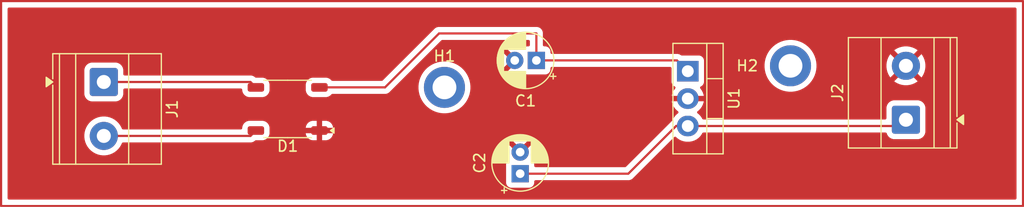
<source format=kicad_pcb>
(kicad_pcb (version 20241229) (generator "pcbnew") (generator_version "9.0")
  (layers (0 "F.Cu" signal) (2 "B.Cu" signal) (13 "F.Paste" user) (15 "B.Paste" user) (5 "F.SilkS" user "F.Silkscreen") (7 "B.SilkS" user "B.Silkscreen") (1 "F.Mask" user) (3 "B.Mask" user) (25 "Edge.Cuts" user))
  (net 0 "")
  (net 1 "Net-(J1-Pin_2)")
  (net 2 "VCC")
  (net 3 "Net-(J1-Pin_1)")
  (net 4 "GND")
  (net 5 "/5V")
  (footprint "MountingHole:MountingHole_2.2mm_M2_DIN965_Pad" (layer "F.Cu") (at 174 83.5)
    (property "Reference" "H2" (at -4 0 0) (layer "F.SilkS"))
    (property "Value" "MountingHole")
    (pad "1" thru_hole circle (at 0 0) (size 3.8 3.8) (drill 2.2) (layers "*.Cu" "*.Mask"))
  )
  (footprint "Capacitor_THT:CP_Radial_D5.0mm_P2.00mm" (layer "F.Cu") (at 150.5 83 180)
    (property "Reference" "C1" (at 1 -3.75 0) (layer "F.SilkS"))
    (property "Value" "Input_Capacitor")
    (fp_line (start 3.6 -0.283) (end 3.6 0.283) (stroke (width 0.12)) (layer "F.SilkS"))
    (fp_line (start 3.56 -0.517) (end 3.56 0.517) (stroke (width 0.12)) (layer "F.SilkS"))
    (fp_line (start 3.52 -0.677) (end 3.52 0.677) (stroke (width 0.12)) (layer "F.SilkS"))
    (fp_line (start 3.48 -0.805) (end 3.48 0.805) (stroke (width 0.12)) (layer "F.SilkS"))
    (fp_line (start 3.44 -0.914) (end 3.44 0.914) (stroke (width 0.12)) (layer "F.SilkS"))
    (fp_line (start 3.4 -1.011) (end 3.4 1.011) (stroke (width 0.12)) (layer "F.SilkS"))
    (fp_line (start 3.36 -1.098) (end 3.36 1.098) (stroke (width 0.12)) (layer "F.SilkS"))
    (fp_line (start 3.32 -1.177) (end 3.32 1.177) (stroke (width 0.12)) (layer "F.SilkS"))
    (fp_line (start 3.28 -1.251) (end 3.28 1.251) (stroke (width 0.12)) (layer "F.SilkS"))
    (fp_line (start 3.24 -1.319) (end 3.24 1.319) (stroke (width 0.12)) (layer "F.SilkS"))
    (fp_line (start 3.2 -1.383) (end 3.2 1.383) (stroke (width 0.12)) (layer "F.SilkS"))
    (fp_line (start 3.16 -1.443) (end 3.16 1.443) (stroke (width 0.12)) (layer "F.SilkS"))
    (fp_line (start 3.12 -1.499) (end 3.12 1.499) (stroke (width 0.12)) (layer "F.SilkS"))
    (fp_line (start 3.08 -1.553) (end 3.08 1.553) (stroke (width 0.12)) (layer "F.SilkS"))
    (fp_line (start 3.04 -1.604) (end 3.04 1.604) (stroke (width 0.12)) (layer "F.SilkS"))
    (fp_line (start 3 1.04) (end 3 1.652) (stroke (width 0.12)) (layer "F.SilkS"))
    (fp_line (start 3 -1.652) (end 3 -1.04) (stroke (width 0.12)) (layer "F.SilkS"))
    (fp_line (start 2.96 1.04) (end 2.96 1.699) (stroke (width 0.12)) (layer "F.SilkS"))
    (fp_line (start 2.96 -1.699) (end 2.96 -1.04) (stroke (width 0.12)) (layer "F.SilkS"))
    (fp_line (start 2.92 1.04) (end 2.92 1.743) (stroke (width 0.12)) (layer "F.SilkS"))
    (fp_line (start 2.92 -1.743) (end 2.92 -1.04) (stroke (width 0.12)) (layer "F.SilkS"))
    (fp_line (start 2.88 1.04) (end 2.88 1.785) (stroke (width 0.12)) (layer "F.SilkS"))
    (fp_line (start 2.88 -1.785) (end 2.88 -1.04) (stroke (width 0.12)) (layer "F.SilkS"))
    (fp_line (start 2.84 1.04) (end 2.84 1.825) (stroke (width 0.12)) (layer "F.SilkS"))
    (fp_line (start 2.84 -1.825) (end 2.84 -1.04) (stroke (width 0.12)) (layer "F.SilkS"))
    (fp_line (start 2.8 1.04) (end 2.8 1.864) (stroke (width 0.12)) (layer "F.SilkS"))
    (fp_line (start 2.8 -1.864) (end 2.8 -1.04) (stroke (width 0.12)) (layer "F.SilkS"))
    (fp_line (start 2.76 1.04) (end 2.76 1.901) (stroke (width 0.12)) (layer "F.SilkS"))
    (fp_line (start 2.76 -1.901) (end 2.76 -1.04) (stroke (width 0.12)) (layer "F.SilkS"))
    (fp_line (start 2.72 1.04) (end 2.72 1.936) (stroke (width 0.12)) (layer "F.SilkS"))
    (fp_line (start 2.72 -1.936) (end 2.72 -1.04) (stroke (width 0.12)) (layer "F.SilkS"))
    (fp_line (start 2.68 1.04) (end 2.68 1.97) (stroke (width 0.12)) (layer "F.SilkS"))
    (fp_line (start 2.68 -1.97) (end 2.68 -1.04) (stroke (width 0.12)) (layer "F.SilkS"))
    (fp_line (start 2.64 1.04) (end 2.64 2.003) (stroke (width 0.12)) (layer "F.SilkS"))
    (fp_line (start 2.64 -2.003) (end 2.64 -1.04) (stroke (width 0.12)) (layer "F.SilkS"))
    (fp_line (start 2.6 1.04) (end 2.6 2.035) (stroke (width 0.12)) (layer "F.SilkS"))
    (fp_line (start 2.6 -2.035) (end 2.6 -1.04) (stroke (width 0.12)) (layer "F.SilkS"))
    (fp_line (start 2.56 1.04) (end 2.56 2.065) (stroke (width 0.12)) (layer "F.SilkS"))
    (fp_line (start 2.56 -2.065) (end 2.56 -1.04) (stroke (width 0.12)) (layer "F.SilkS"))
    (fp_line (start 2.52 1.04) (end 2.52 2.094) (stroke (width 0.12)) (layer "F.SilkS"))
    (fp_line (start 2.52 -2.094) (end 2.52 -1.04) (stroke (width 0.12)) (layer "F.SilkS"))
    (fp_line (start 2.48 1.04) (end 2.48 2.122) (stroke (width 0.12)) (layer "F.SilkS"))
    (fp_line (start 2.48 -2.122) (end 2.48 -1.04) (stroke (width 0.12)) (layer "F.SilkS"))
    (fp_line (start 2.44 1.04) (end 2.44 2.149) (stroke (width 0.12)) (layer "F.SilkS"))
    (fp_line (start 2.44 -2.149) (end 2.44 -1.04) (stroke (width 0.12)) (layer "F.SilkS"))
    (fp_line (start 2.4 1.04) (end 2.4 2.175) (stroke (width 0.12)) (layer "F.SilkS"))
    (fp_line (start 2.4 -2.175) (end 2.4 -1.04) (stroke (width 0.12)) (layer "F.SilkS"))
    (fp_line (start 2.36 1.04) (end 2.36 2.199) (stroke (width 0.12)) (layer "F.SilkS"))
    (fp_line (start 2.36 -2.199) (end 2.36 -1.04) (stroke (width 0.12)) (layer "F.SilkS"))
    (fp_line (start 2.32 1.04) (end 2.32 2.223) (stroke (width 0.12)) (layer "F.SilkS"))
    (fp_line (start 2.32 -2.223) (end 2.32 -1.04) (stroke (width 0.12)) (layer "F.SilkS"))
    (fp_line (start 2.28 1.04) (end 2.28 2.246) (stroke (width 0.12)) (layer "F.SilkS"))
    (fp_line (start 2.28 -2.246) (end 2.28 -1.04) (stroke (width 0.12)) (layer "F.SilkS"))
    (fp_line (start 2.24 1.04) (end 2.24 2.268) (stroke (width 0.12)) (layer "F.SilkS"))
    (fp_line (start 2.24 -2.268) (end 2.24 -1.04) (stroke (width 0.12)) (layer "F.SilkS"))
    (fp_line (start 2.2 1.04) (end 2.2 2.289) (stroke (width 0.12)) (layer "F.SilkS"))
    (fp_line (start 2.2 -2.289) (end 2.2 -1.04) (stroke (width 0.12)) (layer "F.SilkS"))
    (fp_line (start 2.16 1.04) (end 2.16 2.309) (stroke (width 0.12)) (layer "F.SilkS"))
    (fp_line (start 2.16 -2.309) (end 2.16 -1.04) (stroke (width 0.12)) (layer "F.SilkS"))
    (fp_line (start 2.12 1.04) (end 2.12 2.329) (stroke (width 0.12)) (layer "F.SilkS"))
    (fp_line (start 2.12 -2.329) (end 2.12 -1.04) (stroke (width 0.12)) (layer "F.SilkS"))
    (fp_line (start 2.08 1.04) (end 2.08 2.347) (stroke (width 0.12)) (layer "F.SilkS"))
    (fp_line (start 2.08 -2.347) (end 2.08 -1.04) (stroke (width 0.12)) (layer "F.SilkS"))
    (fp_line (start 2.04 1.04) (end 2.04 2.365) (stroke (width 0.12)) (layer "F.SilkS"))
    (fp_line (start 2.04 -2.365) (end 2.04 -1.04) (stroke (width 0.12)) (layer "F.SilkS"))
    (fp_line (start 2 1.04) (end 2 2.382) (stroke (width 0.12)) (layer "F.SilkS"))
    (fp_line (start 2 -2.382) (end 2 -1.04) (stroke (width 0.12)) (layer "F.SilkS"))
    (fp_line (start 1.96 1.04) (end 1.96 2.398) (stroke (width 0.12)) (layer "F.SilkS"))
    (fp_line (start 1.96 -2.398) (end 1.96 -1.04) (stroke (width 0.12)) (layer "F.SilkS"))
    (fp_line (start 1.92 1.04) (end 1.92 2.413) (stroke (width 0.12)) (layer "F.SilkS"))
    (fp_line (start 1.92 -2.413) (end 1.92 -1.04) (stroke (width 0.12)) (layer "F.SilkS"))
    (fp_line (start 1.88 1.04) (end 1.88 2.428) (stroke (width 0.12)) (layer "F.SilkS"))
    (fp_line (start 1.88 -2.428) (end 1.88 -1.04) (stroke (width 0.12)) (layer "F.SilkS"))
    (fp_line (start 1.84 1.04) (end 1.84 2.442) (stroke (width 0.12)) (layer "F.SilkS"))
    (fp_line (start 1.84 -2.442) (end 1.84 -1.04) (stroke (width 0.12)) (layer "F.SilkS"))
    (fp_line (start 1.8 1.04) (end 1.8 2.455) (stroke (width 0.12)) (layer "F.SilkS"))
    (fp_line (start 1.8 -2.455) (end 1.8 -1.04) (stroke (width 0.12)) (layer "F.SilkS"))
    (fp_line (start 1.76 1.04) (end 1.76 2.467) (stroke (width 0.12)) (layer "F.SilkS"))
    (fp_line (start 1.76 -2.467) (end 1.76 -1.04) (stroke (width 0.12)) (layer "F.SilkS"))
    (fp_line (start 1.72 1.04) (end 1.72 2.479) (stroke (width 0.12)) (layer "F.SilkS"))
    (fp_line (start 1.72 -2.479) (end 1.72 -1.04) (stroke (width 0.12)) (layer "F.SilkS"))
    (fp_line (start 1.68 1.04) (end 1.68 2.49) (stroke (width 0.12)) (layer "F.SilkS"))
    (fp_line (start 1.68 -2.49) (end 1.68 -1.04) (stroke (width 0.12)) (layer "F.SilkS"))
    (fp_line (start 1.64 1.04) (end 1.64 2.501) (stroke (width 0.12)) (layer "F.SilkS"))
    (fp_line (start 1.64 -2.501) (end 1.64 -1.04) (stroke (width 0.12)) (layer "F.SilkS"))
    (fp_line (start 1.6 1.04) (end 1.6 2.51) (stroke (width 0.12)) (layer "F.SilkS"))
    (fp_line (start 1.6 -2.51) (end 1.6 -1.04) (stroke (width 0.12)) (layer "F.SilkS"))
    (fp_line (start 1.56 1.04) (end 1.56 2.519) (stroke (width 0.12)) (layer "F.SilkS"))
    (fp_line (start 1.56 -2.519) (end 1.56 -1.04) (stroke (width 0.12)) (layer "F.SilkS"))
    (fp_line (start 1.52 1.04) (end 1.52 2.528) (stroke (width 0.12)) (layer "F.SilkS"))
    (fp_line (start 1.52 -2.528) (end 1.52 -1.04) (stroke (width 0.12)) (layer "F.SilkS"))
    (fp_line (start 1.48 1.04) (end 1.48 2.536) (stroke (width 0.12)) (layer "F.SilkS"))
    (fp_line (start 1.48 -2.536) (end 1.48 -1.04) (stroke (width 0.12)) (layer "F.SilkS"))
    (fp_line (start 1.44 1.04) (end 1.44 2.543) (stroke (width 0.12)) (layer "F.SilkS"))
    (fp_line (start 1.44 -2.543) (end 1.44 -1.04) (stroke (width 0.12)) (layer "F.SilkS"))
    (fp_line (start 1.4 1.04) (end 1.4 2.549) (stroke (width 0.12)) (layer "F.SilkS"))
    (fp_line (start 1.4 -2.549) (end 1.4 -1.04) (stroke (width 0.12)) (layer "F.SilkS"))
    (fp_line (start 1.36 1.04) (end 1.36 2.555) (stroke (width 0.12)) (layer "F.SilkS"))
    (fp_line (start 1.36 -2.555) (end 1.36 -1.04) (stroke (width 0.12)) (layer "F.SilkS"))
    (fp_line (start 1.32 1.04) (end 1.32 2.56) (stroke (width 0.12)) (layer "F.SilkS"))
    (fp_line (start 1.32 -2.56) (end 1.32 -1.04) (stroke (width 0.12)) (layer "F.SilkS"))
    (fp_line (start 1.28 1.04) (end 1.28 2.565) (stroke (width 0.12)) (layer "F.SilkS"))
    (fp_line (start 1.28 -2.565) (end 1.28 -1.04) (stroke (width 0.12)) (layer "F.SilkS"))
    (fp_line (start 1.24 1.04) (end 1.24 2.569) (stroke (width 0.12)) (layer "F.SilkS"))
    (fp_line (start 1.24 -2.569) (end 1.24 -1.04) (stroke (width 0.12)) (layer "F.SilkS"))
    (fp_line (start 1.2 1.04) (end 1.2 2.572) (stroke (width 0.12)) (layer "F.SilkS"))
    (fp_line (start 1.2 -2.572) (end 1.2 -1.04) (stroke (width 0.12)) (layer "F.SilkS"))
    (fp_line (start 1.16 1.04) (end 1.16 2.575) (stroke (width 0.12)) (layer "F.SilkS"))
    (fp_line (start 1.16 -2.575) (end 1.16 -1.04) (stroke (width 0.12)) (layer "F.SilkS"))
    (fp_line (start 1.12 1.04) (end 1.12 2.577) (stroke (width 0.12)) (layer "F.SilkS"))
    (fp_line (start 1.12 -2.577) (end 1.12 -1.04) (stroke (width 0.12)) (layer "F.SilkS"))
    (fp_line (start 1.08 1.04) (end 1.08 2.579) (stroke (width 0.12)) (layer "F.SilkS"))
    (fp_line (start 1.08 -2.579) (end 1.08 -1.04) (stroke (width 0.12)) (layer "F.SilkS"))
    (fp_line (start 1.04 1.04) (end 1.04 2.58) (stroke (width 0.12)) (layer "F.SilkS"))
    (fp_line (start 1.04 -2.58) (end 1.04 -1.04) (stroke (width 0.12)) (layer "F.SilkS"))
    (fp_line (start 1 1.04) (end 1 2.58) (stroke (width 0.12)) (layer "F.SilkS"))
    (fp_line (start 1 -2.58) (end 1 -1.04) (stroke (width 0.12)) (layer "F.SilkS"))
    (fp_line (start -1.554775 -1.725) (end -1.554775 -1.225) (stroke (width 0.12)) (layer "F.SilkS"))
    (fp_line (start -1.804775 -1.475) (end -1.304775 -1.475) (stroke (width 0.12)) (layer "F.SilkS"))
    (fp_circle (center 1 0) (end 3.62 0) (stroke (width 0.12)) (fill no) (layer "F.SilkS"))
    (pad "1" thru_hole rect (at 0 0 180) (size 1.6 1.6) (drill 0.8) (layers "*.Cu" "*.Mask") (net 2 "VCC"))
    (pad "2" thru_hole circle (at 2 0 180) (size 1.6 1.6) (drill 0.8) (layers "*.Cu" "*.Mask") (net 4 "GND"))
  )
  (footprint "Package_TO_SOT_THT:TO-220-3_Vertical" (layer "F.Cu") (at 164.5 84 -90)
    (property "Reference" "U1" (at 2.54 -4.27 90) (layer "F.SilkS"))
    (property "Value" "L7805")
    (fp_line (start -2.58 1.371) (end 7.66 1.371) (stroke (width 0.12)) (layer "F.SilkS"))
    (fp_line (start -2.58 -1.76) (end 7.66 -1.76) (stroke (width 0.12)) (layer "F.SilkS"))
    (fp_line (start -2.58 -3.27) (end -2.58 1.371) (stroke (width 0.12)) (layer "F.SilkS"))
    (fp_line (start -2.58 -3.27) (end 7.66 -3.27) (stroke (width 0.12)) (layer "F.SilkS"))
    (fp_line (start 0.69 -3.27) (end 0.69 -1.76) (stroke (width 0.12)) (layer "F.SilkS"))
    (fp_line (start 4.391 -3.27) (end 4.391 -1.76) (stroke (width 0.12)) (layer "F.SilkS"))
    (fp_line (start 7.66 -3.27) (end 7.66 1.371) (stroke (width 0.12)) (layer "F.SilkS"))
    (pad "1" thru_hole rect (at 0 0 270) (size 1.905 2) (drill 1.1) (layers "*.Cu" "*.Mask") (net 2 "VCC"))
    (pad "2" thru_hole oval (at 2.54 0 270) (size 1.905 2) (drill 1.1) (layers "*.Cu" "*.Mask") (net 4 "GND"))
    (pad "3" thru_hole oval (at 5.08 0 270) (size 1.905 2) (drill 1.1) (layers "*.Cu" "*.Mask") (net 5 "/5V"))
  )
  (footprint "Package_SO:TSSOP-4_4.4x5mm_P4mm" (layer "F.Cu") (at 127.5 87.5 180)
    (property "Reference" "D1" (at 0 -3.45 0) (layer "F.SilkS"))
    (property "Value" "MDB10S")
    (fp_line (start 0 2.66) (end 2.2 2.66) (stroke (width 0.12)) (layer "F.SilkS"))
    (fp_line (start 0 2.66) (end -2.2 2.66) (stroke (width 0.12)) (layer "F.SilkS"))
    (fp_line (start 0 -2.66) (end 2.2 -2.66) (stroke (width 0.12)) (layer "F.SilkS"))
    (fp_line (start 0 -2.66) (end -2.2 -2.66) (stroke (width 0.12)) (layer "F.SilkS"))
    (fp_poly (pts (xy -3.96 -2) (xy -4.29 -1.76) (xy -4.29 -2.24)) (stroke (width 0.12)) (fill yes) (layer "F.SilkS"))
    (pad "1" smd roundrect (at -2.9375 -2 180) (size 1.525 0.8) (layers "F.Cu" "F.Mask" "F.Paste") (net 4 "GND"))
    (pad "2" smd roundrect (at -2.9375 2 180) (size 1.525 0.8) (layers "F.Cu" "F.Mask" "F.Paste") (net 2 "VCC"))
    (pad "3" smd roundrect (at 2.9375 2 180) (size 1.525 0.8) (layers "F.Cu" "F.Mask" "F.Paste") (net 3 "Net-(J1-Pin_1)"))
    (pad "4" smd roundrect (at 2.9375 -2 180) (size 1.525 0.8) (layers "F.Cu" "F.Mask" "F.Paste") (net 1 "Net-(J1-Pin_2)"))
  )
  (footprint "MountingHole:MountingHole_2.2mm_M2_DIN965_Pad" (layer "F.Cu") (at 142 85.5)
    (property "Reference" "H1" (at 0 -2.9 0) (layer "F.SilkS"))
    (property "Value" "MountingHole")
    (pad "1" thru_hole circle (at 0 0) (size 3.8 3.8) (drill 2.2) (layers "*.Cu" "*.Mask"))
  )
  (footprint "Capacitor_THT:CP_Radial_D5.0mm_P2.00mm" (layer "F.Cu") (at 149 93.5 90)
    (property "Reference" "C2" (at 1 -3.75 90) (layer "F.SilkS"))
    (property "Value" "Output_Capacitor")
    (fp_line (start 1.04 -2.58) (end 1.04 -1.04) (stroke (width 0.12)) (layer "F.SilkS"))
    (fp_line (start 1 -2.58) (end 1 -1.04) (stroke (width 0.12)) (layer "F.SilkS"))
    (fp_line (start 1.08 -2.579) (end 1.08 -1.04) (stroke (width 0.12)) (layer "F.SilkS"))
    (fp_line (start 1.12 -2.577) (end 1.12 -1.04) (stroke (width 0.12)) (layer "F.SilkS"))
    (fp_line (start 1.16 -2.575) (end 1.16 -1.04) (stroke (width 0.12)) (layer "F.SilkS"))
    (fp_line (start 1.2 -2.572) (end 1.2 -1.04) (stroke (width 0.12)) (layer "F.SilkS"))
    (fp_line (start 1.24 -2.569) (end 1.24 -1.04) (stroke (width 0.12)) (layer "F.SilkS"))
    (fp_line (start 1.28 -2.565) (end 1.28 -1.04) (stroke (width 0.12)) (layer "F.SilkS"))
    (fp_line (start 1.32 -2.56) (end 1.32 -1.04) (stroke (width 0.12)) (layer "F.SilkS"))
    (fp_line (start 1.36 -2.555) (end 1.36 -1.04) (stroke (width 0.12)) (layer "F.SilkS"))
    (fp_line (start 1.4 -2.549) (end 1.4 -1.04) (stroke (width 0.12)) (layer "F.SilkS"))
    (fp_line (start 1.44 -2.543) (end 1.44 -1.04) (stroke (width 0.12)) (layer "F.SilkS"))
    (fp_line (start 1.48 -2.536) (end 1.48 -1.04) (stroke (width 0.12)) (layer "F.SilkS"))
    (fp_line (start 1.52 -2.528) (end 1.52 -1.04) (stroke (width 0.12)) (layer "F.SilkS"))
    (fp_line (start 1.56 -2.519) (end 1.56 -1.04) (stroke (width 0.12)) (layer "F.SilkS"))
    (fp_line (start 1.6 -2.51) (end 1.6 -1.04) (stroke (width 0.12)) (layer "F.SilkS"))
    (fp_line (start 1.64 -2.501) (end 1.64 -1.04) (stroke (width 0.12)) (layer "F.SilkS"))
    (fp_line (start 1.68 -2.49) (end 1.68 -1.04) (stroke (width 0.12)) (layer "F.SilkS"))
    (fp_line (start 1.72 -2.479) (end 1.72 -1.04) (stroke (width 0.12)) (layer "F.SilkS"))
    (fp_line (start 1.76 -2.467) (end 1.76 -1.04) (stroke (width 0.12)) (layer "F.SilkS"))
    (fp_line (start 1.8 -2.455) (end 1.8 -1.04) (stroke (width 0.12)) (layer "F.SilkS"))
    (fp_line (start 1.84 -2.442) (end 1.84 -1.04) (stroke (width 0.12)) (layer "F.SilkS"))
    (fp_line (start 1.88 -2.428) (end 1.88 -1.04) (stroke (width 0.12)) (layer "F.SilkS"))
    (fp_line (start 1.92 -2.413) (end 1.92 -1.04) (stroke (width 0.12)) (layer "F.SilkS"))
    (fp_line (start 1.96 -2.398) (end 1.96 -1.04) (stroke (width 0.12)) (layer "F.SilkS"))
    (fp_line (start 2 -2.382) (end 2 -1.04) (stroke (width 0.12)) (layer "F.SilkS"))
    (fp_line (start 2.04 -2.365) (end 2.04 -1.04) (stroke (width 0.12)) (layer "F.SilkS"))
    (fp_line (start 2.08 -2.347) (end 2.08 -1.04) (stroke (width 0.12)) (layer "F.SilkS"))
    (fp_line (start 2.12 -2.329) (end 2.12 -1.04) (stroke (width 0.12)) (layer "F.SilkS"))
    (fp_line (start 2.16 -2.309) (end 2.16 -1.04) (stroke (width 0.12)) (layer "F.SilkS"))
    (fp_line (start 2.2 -2.289) (end 2.2 -1.04) (stroke (width 0.12)) (layer "F.SilkS"))
    (fp_line (start 2.24 -2.268) (end 2.24 -1.04) (stroke (width 0.12)) (layer "F.SilkS"))
    (fp_line (start 2.28 -2.246) (end 2.28 -1.04) (stroke (width 0.12)) (layer "F.SilkS"))
    (fp_line (start 2.32 -2.223) (end 2.32 -1.04) (stroke (width 0.12)) (layer "F.SilkS"))
    (fp_line (start 2.36 -2.199) (end 2.36 -1.04) (stroke (width 0.12)) (layer "F.SilkS"))
    (fp_line (start 2.4 -2.175) (end 2.4 -1.04) (stroke (width 0.12)) (layer "F.SilkS"))
    (fp_line (start 2.44 -2.149) (end 2.44 -1.04) (stroke (width 0.12)) (layer "F.SilkS"))
    (fp_line (start 2.48 -2.122) (end 2.48 -1.04) (stroke (width 0.12)) (layer "F.SilkS"))
    (fp_line (start 2.52 -2.094) (end 2.52 -1.04) (stroke (width 0.12)) (layer "F.SilkS"))
    (fp_line (start 2.56 -2.065) (end 2.56 -1.04) (stroke (width 0.12)) (layer "F.SilkS"))
    (fp_line (start 2.6 -2.035) (end 2.6 -1.04) (stroke (width 0.12)) (layer "F.SilkS"))
    (fp_line (start 2.64 -2.003) (end 2.64 -1.04) (stroke (width 0.12)) (layer "F.SilkS"))
    (fp_line (start 2.68 -1.97) (end 2.68 -1.04) (stroke (width 0.12)) (layer "F.SilkS"))
    (fp_line (start 2.72 -1.936) (end 2.72 -1.04) (stroke (width 0.12)) (layer "F.SilkS"))
    (fp_line (start 2.76 -1.901) (end 2.76 -1.04) (stroke (width 0.12)) (layer "F.SilkS"))
    (fp_line (start 2.8 -1.864) (end 2.8 -1.04) (stroke (width 0.12)) (layer "F.SilkS"))
    (fp_line (start 2.84 -1.825) (end 2.84 -1.04) (stroke (width 0.12)) (layer "F.SilkS"))
    (fp_line (start 2.88 -1.785) (end 2.88 -1.04) (stroke (width 0.12)) (layer "F.SilkS"))
    (fp_line (start 2.92 -1.743) (end 2.92 -1.04) (stroke (width 0.12)) (layer "F.SilkS"))
    (fp_line (start -1.554775 -1.725) (end -1.554775 -1.225) (stroke (width 0.12)) (layer "F.SilkS"))
    (fp_line (start 2.96 -1.699) (end 2.96 -1.04) (stroke (width 0.12)) (layer "F.SilkS"))
    (fp_line (start 3 -1.652) (end 3 -1.04) (stroke (width 0.12)) (layer "F.SilkS"))
    (fp_line (start 3.04 -1.604) (end 3.04 1.604) (stroke (width 0.12)) (layer "F.SilkS"))
    (fp_line (start 3.08 -1.553) (end 3.08 1.553) (stroke (width 0.12)) (layer "F.SilkS"))
    (fp_line (start 3.12 -1.499) (end 3.12 1.499) (stroke (width 0.12)) (layer "F.SilkS"))
    (fp_line (start -1.804775 -1.475) (end -1.304775 -1.475) (stroke (width 0.12)) (layer "F.SilkS"))
    (fp_line (start 3.16 -1.443) (end 3.16 1.443) (stroke (width 0.12)) (layer "F.SilkS"))
    (fp_line (start 3.2 -1.383) (end 3.2 1.383) (stroke (width 0.12)) (layer "F.SilkS"))
    (fp_line (start 3.24 -1.319) (end 3.24 1.319) (stroke (width 0.12)) (layer "F.SilkS"))
    (fp_line (start 3.28 -1.251) (end 3.28 1.251) (stroke (width 0.12)) (layer "F.SilkS"))
    (fp_line (start 3.32 -1.177) (end 3.32 1.177) (stroke (width 0.12)) (layer "F.SilkS"))
    (fp_line (start 3.36 -1.098) (end 3.36 1.098) (stroke (width 0.12)) (layer "F.SilkS"))
    (fp_line (start 3.4 -1.011) (end 3.4 1.011) (stroke (width 0.12)) (layer "F.SilkS"))
    (fp_line (start 3.44 -0.914) (end 3.44 0.914) (stroke (width 0.12)) (layer "F.SilkS"))
    (fp_line (start 3.48 -0.805) (end 3.48 0.805) (stroke (width 0.12)) (layer "F.SilkS"))
    (fp_line (start 3.52 -0.677) (end 3.52 0.677) (stroke (width 0.12)) (layer "F.SilkS"))
    (fp_line (start 3.56 -0.517) (end 3.56 0.517) (stroke (width 0.12)) (layer "F.SilkS"))
    (fp_line (start 3.6 -0.283) (end 3.6 0.283) (stroke (width 0.12)) (layer "F.SilkS"))
    (fp_line (start 3 1.04) (end 3 1.652) (stroke (width 0.12)) (layer "F.SilkS"))
    (fp_line (start 2.96 1.04) (end 2.96 1.699) (stroke (width 0.12)) (layer "F.SilkS"))
    (fp_line (start 2.92 1.04) (end 2.92 1.743) (stroke (width 0.12)) (layer "F.SilkS"))
    (fp_line (start 2.88 1.04) (end 2.88 1.785) (stroke (width 0.12)) (layer "F.SilkS"))
    (fp_line (start 2.84 1.04) (end 2.84 1.825) (stroke (width 0.12)) (layer "F.SilkS"))
    (fp_line (start 2.8 1.04) (end 2.8 1.864) (stroke (width 0.12)) (layer "F.SilkS"))
    (fp_line (start 2.76 1.04) (end 2.76 1.901) (stroke (width 0.12)) (layer "F.SilkS"))
    (fp_line (start 2.72 1.04) (end 2.72 1.936) (stroke (width 0.12)) (layer "F.SilkS"))
    (fp_line (start 2.68 1.04) (end 2.68 1.97) (stroke (width 0.12)) (layer "F.SilkS"))
    (fp_line (start 2.64 1.04) (end 2.64 2.003) (stroke (width 0.12)) (layer "F.SilkS"))
    (fp_line (start 2.6 1.04) (end 2.6 2.035) (stroke (width 0.12)) (layer "F.SilkS"))
    (fp_line (start 2.56 1.04) (end 2.56 2.065) (stroke (width 0.12)) (layer "F.SilkS"))
    (fp_line (start 2.52 1.04) (end 2.52 2.094) (stroke (width 0.12)) (layer "F.SilkS"))
    (fp_line (start 2.48 1.04) (end 2.48 2.122) (stroke (width 0.12)) (layer "F.SilkS"))
    (fp_line (start 2.44 1.04) (end 2.44 2.149) (stroke (width 0.12)) (layer "F.SilkS"))
    (fp_line (start 2.4 1.04) (end 2.4 2.175) (stroke (width 0.12)) (layer "F.SilkS"))
    (fp_line (start 2.36 1.04) (end 2.36 2.199) (stroke (width 0.12)) (layer "F.SilkS"))
    (fp_line (start 2.32 1.04) (end 2.32 2.223) (stroke (width 0.12)) (layer "F.SilkS"))
    (fp_line (start 2.28 1.04) (end 2.28 2.246) (stroke (width 0.12)) (layer "F.SilkS"))
    (fp_line (start 2.24 1.04) (end 2.24 2.268) (stroke (width 0.12)) (layer "F.SilkS"))
    (fp_line (start 2.2 1.04) (end 2.2 2.289) (stroke (width 0.12)) (layer "F.SilkS"))
    (fp_line (start 2.16 1.04) (end 2.16 2.309) (stroke (width 0.12)) (layer "F.SilkS"))
    (fp_line (start 2.12 1.04) (end 2.12 2.329) (stroke (width 0.12)) (layer "F.SilkS"))
    (fp_line (start 2.08 1.04) (end 2.08 2.347) (stroke (width 0.12)) (layer "F.SilkS"))
    (fp_line (start 2.04 1.04) (end 2.04 2.365) (stroke (width 0.12)) (layer "F.SilkS"))
    (fp_line (start 2 1.04) (end 2 2.382) (stroke (width 0.12)) (layer "F.SilkS"))
    (fp_line (start 1.96 1.04) (end 1.96 2.398) (stroke (width 0.12)) (layer "F.SilkS"))
    (fp_line (start 1.92 1.04) (end 1.92 2.413) (stroke (width 0.12)) (layer "F.SilkS"))
    (fp_line (start 1.88 1.04) (end 1.88 2.428) (stroke (width 0.12)) (layer "F.SilkS"))
    (fp_line (start 1.84 1.04) (end 1.84 2.442) (stroke (width 0.12)) (layer "F.SilkS"))
    (fp_line (start 1.8 1.04) (end 1.8 2.455) (stroke (width 0.12)) (layer "F.SilkS"))
    (fp_line (start 1.76 1.04) (end 1.76 2.467) (stroke (width 0.12)) (layer "F.SilkS"))
    (fp_line (start 1.72 1.04) (end 1.72 2.479) (stroke (width 0.12)) (layer "F.SilkS"))
    (fp_line (start 1.68 1.04) (end 1.68 2.49) (stroke (width 0.12)) (layer "F.SilkS"))
    (fp_line (start 1.64 1.04) (end 1.64 2.501) (stroke (width 0.12)) (layer "F.SilkS"))
    (fp_line (start 1.6 1.04) (end 1.6 2.51) (stroke (width 0.12)) (layer "F.SilkS"))
    (fp_line (start 1.56 1.04) (end 1.56 2.519) (stroke (width 0.12)) (layer "F.SilkS"))
    (fp_line (start 1.52 1.04) (end 1.52 2.528) (stroke (width 0.12)) (layer "F.SilkS"))
    (fp_line (start 1.48 1.04) (end 1.48 2.536) (stroke (width 0.12)) (layer "F.SilkS"))
    (fp_line (start 1.44 1.04) (end 1.44 2.543) (stroke (width 0.12)) (layer "F.SilkS"))
    (fp_line (start 1.4 1.04) (end 1.4 2.549) (stroke (width 0.12)) (layer "F.SilkS"))
    (fp_line (start 1.36 1.04) (end 1.36 2.555) (stroke (width 0.12)) (layer "F.SilkS"))
    (fp_line (start 1.32 1.04) (end 1.32 2.56) (stroke (width 0.12)) (layer "F.SilkS"))
    (fp_line (start 1.28 1.04) (end 1.28 2.565) (stroke (width 0.12)) (layer "F.SilkS"))
    (fp_line (start 1.24 1.04) (end 1.24 2.569) (stroke (width 0.12)) (layer "F.SilkS"))
    (fp_line (start 1.2 1.04) (end 1.2 2.572) (stroke (width 0.12)) (layer "F.SilkS"))
    (fp_line (start 1.16 1.04) (end 1.16 2.575) (stroke (width 0.12)) (layer "F.SilkS"))
    (fp_line (start 1.12 1.04) (end 1.12 2.577) (stroke (width 0.12)) (layer "F.SilkS"))
    (fp_line (start 1.08 1.04) (end 1.08 2.579) (stroke (width 0.12)) (layer "F.SilkS"))
    (fp_line (start 1.04 1.04) (end 1.04 2.58) (stroke (width 0.12)) (layer "F.SilkS"))
    (fp_line (start 1 1.04) (end 1 2.58) (stroke (width 0.12)) (layer "F.SilkS"))
    (fp_circle (center 1 0) (end 3.62 0) (stroke (width 0.12)) (fill no) (layer "F.SilkS"))
    (pad "1" thru_hole rect (at 0 0 90) (size 1.6 1.6) (drill 0.8) (layers "*.Cu" "*.Mask") (net 5 "/5V"))
    (pad "2" thru_hole circle (at 2 0 90) (size 1.6 1.6) (drill 0.8) (layers "*.Cu" "*.Mask") (net 4 "GND"))
  )
  (footprint "TerminalBlock_Phoenix:TerminalBlock_Phoenix_MKDS-1,5-2_1x02_P5.00mm_Horizontal" (layer "F.Cu") (at 110.5 85 -90)
    (property "Reference" "J1" (at 2.5 -6.32 90) (layer "F.SilkS"))
    (property "Value" "Conn_01x02")
    (fp_line (start -2.62 4.72) (end -0.3 4.72) (stroke (width 0.12)) (layer "F.SilkS"))
    (fp_line (start 0.3 4.72) (end 7.62 4.72) (stroke (width 0.12)) (layer "F.SilkS"))
    (fp_line (start -2.62 4.1) (end 7.62 4.1) (stroke (width 0.12)) (layer "F.SilkS"))
    (fp_line (start -2.62 2.6) (end 7.62 2.6) (stroke (width 0.12)) (layer "F.SilkS"))
    (fp_line (start -2.62 -2.3) (end 7.62 -2.3) (stroke (width 0.12)) (layer "F.SilkS"))
    (fp_line (start -2.62 -5.32) (end -2.62 4.72) (stroke (width 0.12)) (layer "F.SilkS"))
    (fp_line (start -2.62 -5.32) (end 7.62 -5.32) (stroke (width 0.12)) (layer "F.SilkS"))
    (fp_line (start 7.62 -5.32) (end 7.62 4.72) (stroke (width 0.12)) (layer "F.SilkS"))
    (fp_poly (pts (xy 0 4.72) (xy 0.44 5.33) (xy -0.44 5.33)) (stroke (width 0.12)) (fill yes) (layer "F.SilkS"))
    (pad "1" thru_hole roundrect (at 0 0 270) (size 2.6 2.6) (drill 1.3) (layers "*.Cu" "*.Mask") (roundrect_rratio 0.096154) (net 3 "Net-(J1-Pin_1)"))
    (pad "2" thru_hole circle (at 5 0 270) (size 2.6 2.6) (drill 1.3) (layers "*.Cu" "*.Mask") (net 1 "Net-(J1-Pin_2)"))
  )
  (footprint "TerminalBlock_Phoenix:TerminalBlock_Phoenix_MKDS-1,5-2_1x02_P5.00mm_Horizontal" (layer "F.Cu") (at 184.6725 88.5 90)
    (property "Reference" "J2" (at 2.5 -6.32 90) (layer "F.SilkS"))
    (property "Value" "Conn_01x02")
    (fp_line (start 7.62 -5.32) (end 7.62 4.72) (stroke (width 0.12)) (layer "F.SilkS"))
    (fp_line (start -2.62 -5.32) (end 7.62 -5.32) (stroke (width 0.12)) (layer "F.SilkS"))
    (fp_line (start -2.62 -5.32) (end -2.62 4.72) (stroke (width 0.12)) (layer "F.SilkS"))
    (fp_line (start -2.62 -2.3) (end 7.62 -2.3) (stroke (width 0.12)) (layer "F.SilkS"))
    (fp_line (start -2.62 2.6) (end 7.62 2.6) (stroke (width 0.12)) (layer "F.SilkS"))
    (fp_line (start -2.62 4.1) (end 7.62 4.1) (stroke (width 0.12)) (layer "F.SilkS"))
    (fp_line (start 0.3 4.72) (end 7.62 4.72) (stroke (width 0.12)) (layer "F.SilkS"))
    (fp_line (start -2.62 4.72) (end -0.3 4.72) (stroke (width 0.12)) (layer "F.SilkS"))
    (fp_poly (pts (xy 0 4.72) (xy 0.44 5.33) (xy -0.44 5.33)) (stroke (width 0.12)) (fill yes) (layer "F.SilkS"))
    (pad "1" thru_hole roundrect (at 0 0 90) (size 2.6 2.6) (drill 1.3) (layers "*.Cu" "*.Mask") (roundrect_rratio 0.096154) (net 5 "/5V"))
    (pad "2" thru_hole circle (at 5 0 90) (size 2.6 2.6) (drill 1.3) (layers "*.Cu" "*.Mask") (net 4 "GND"))
  )
  (gr_rect (start 101 77.5) (end 195.5 96.5) (stroke (width 0.2)) (fill no) (layer "F.Cu"))
  (segment (start 124.0625 90) (end 124.5625 89.5) (width 0.2) (layer "F.Cu") (net 1))
  (segment (start 110.5 90) (end 124.0625 90) (width 0.2) (layer "F.Cu") (net 1))
  (segment (start 141.5 80.5) (end 136.5 85.5) (width 0.2) (layer "F.Cu") (net 2))
  (segment (start 163.5 83) (end 164.5 84) (width 0.2) (layer "F.Cu") (net 2))
  (segment (start 136.5 85.5) (end 130.4375 85.5) (width 0.2) (layer "F.Cu") (net 2))
  (segment (start 150.5 83) (end 150.5 80.5) (width 0.2) (layer "F.Cu") (net 2))
  (segment (start 150.5 83) (end 163.5 83) (width 0.2) (layer "F.Cu") (net 2))
  (segment (start 150.5 80.5) (end 141.5 80.5) (width 0.2) (layer "F.Cu") (net 2))
  (segment (start 110.5 85) (end 124.0625 85) (width 0.2) (layer "F.Cu") (net 3))
  (segment (start 124.0625 85) (end 124.5625 85.5) (width 0.2) (layer "F.Cu") (net 3))
  (segment (start 153.96 86.54) (end 149 91.5) (width 0.2) (layer "F.Cu") (net 4))
  (segment (start 142 89.5) (end 130.4375 89.5) (width 0.2) (layer "F.Cu") (net 4))
  (segment (start 164.5 86.54) (end 181.6325 86.54) (width 0.2) (layer "F.Cu") (net 4))
  (segment (start 181.6325 86.54) (end 184.6725 83.5) (width 0.2) (layer "F.Cu") (net 4))
  (segment (start 164.5 86.54) (end 153.96 86.54) (width 0.2) (layer "F.Cu") (net 4))
  (segment (start 148.5 83) (end 142 89.5) (width 0.2) (layer "F.Cu") (net 4))
  (segment (start 184.0925 89.08) (end 184.6725 88.5) (width 0.2) (layer "F.Cu") (net 5))
  (segment (start 149 93.5) (end 159 93.5) (width 0.2) (layer "F.Cu") (net 5))
  (segment (start 164.5 89.08) (end 184.0925 89.08) (width 0.2) (layer "F.Cu") (net 5))
  (segment (start 163.42 89.08) (end 164.5 89.08) (width 0.2) (layer "F.Cu") (net 5))
  (segment (start 159 93.5) (end 163.42 89.08) (width 0.2) (layer "F.Cu") (net 5))
  (zone (net 4) (net_name "GND") (layer "F.Cu") (connect_pads (clearance 0.5)) (min_thickness 0.25) (fill yes (thermal_gap 0.5) (thermal_bridge_width 0.5))
    (polygon (pts (xy 195 78) (xy 101.5 78) (xy 101.5 96) (xy 195 96)))
  )
)
</source>
